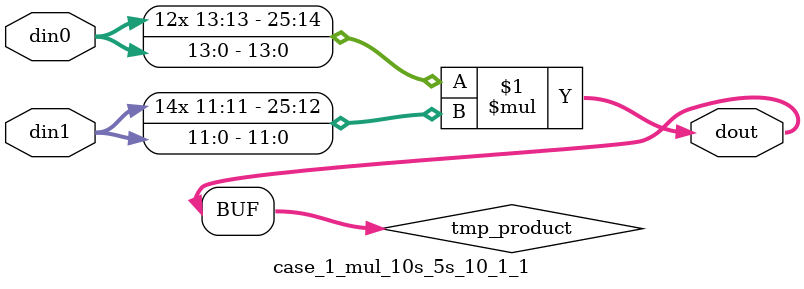
<source format=v>

`timescale 1 ns / 1 ps

 module case_1_mul_10s_5s_10_1_1(din0, din1, dout);
parameter ID = 1;
parameter NUM_STAGE = 0;
parameter din0_WIDTH = 14;
parameter din1_WIDTH = 12;
parameter dout_WIDTH = 26;

input [din0_WIDTH - 1 : 0] din0; 
input [din1_WIDTH - 1 : 0] din1; 
output [dout_WIDTH - 1 : 0] dout;

wire signed [dout_WIDTH - 1 : 0] tmp_product;



























assign tmp_product = $signed(din0) * $signed(din1);








assign dout = tmp_product;





















endmodule

</source>
